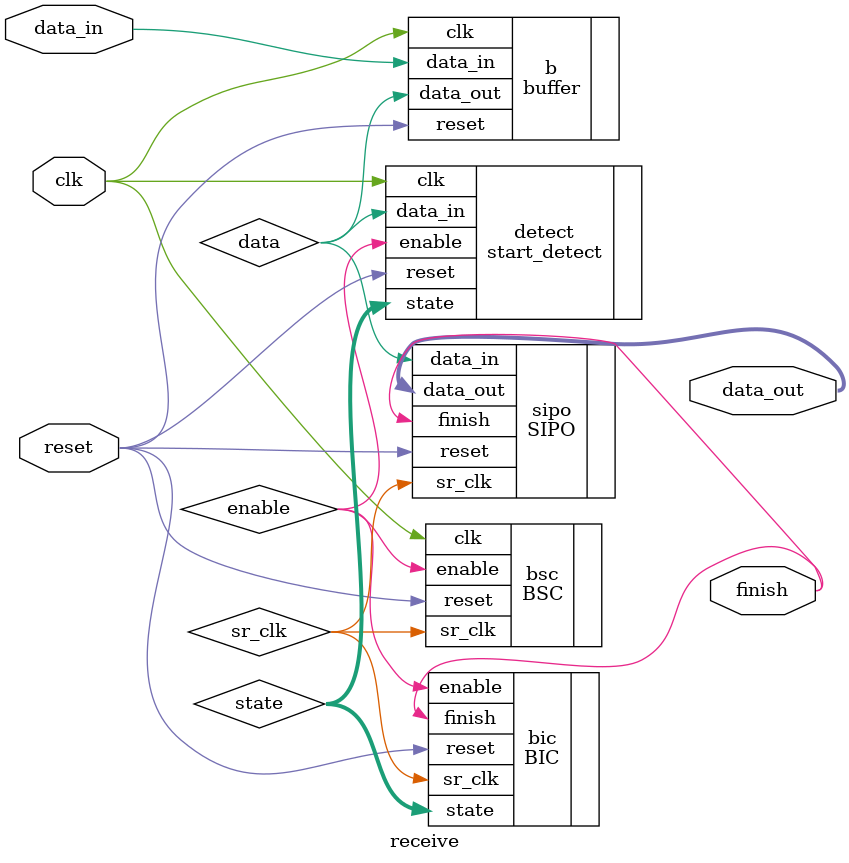
<source format=v>
module receive(data_in, reset, clk, data_out, finish);
	input data_in, reset, clk;
	output [7:0] data_out;
	output finish;

	wire data;
	wire [3:0] state;
	wire enable;
	wire sr_clk;

	buffer b(.clk, .reset, .data_in, .data_out(data));
	start_detect detect(.data_in(data), .reset, .clk, .state(state), .enable);
	BSC bsc(.reset, .enable, .clk, .sr_clk);
	BIC bic(.sr_clk, .enable, .reset, .finish, .state(state));
	SIPO sipo(.data_in(data), .sr_clk, .reset, .finish, .data_out);

endmodule

</source>
